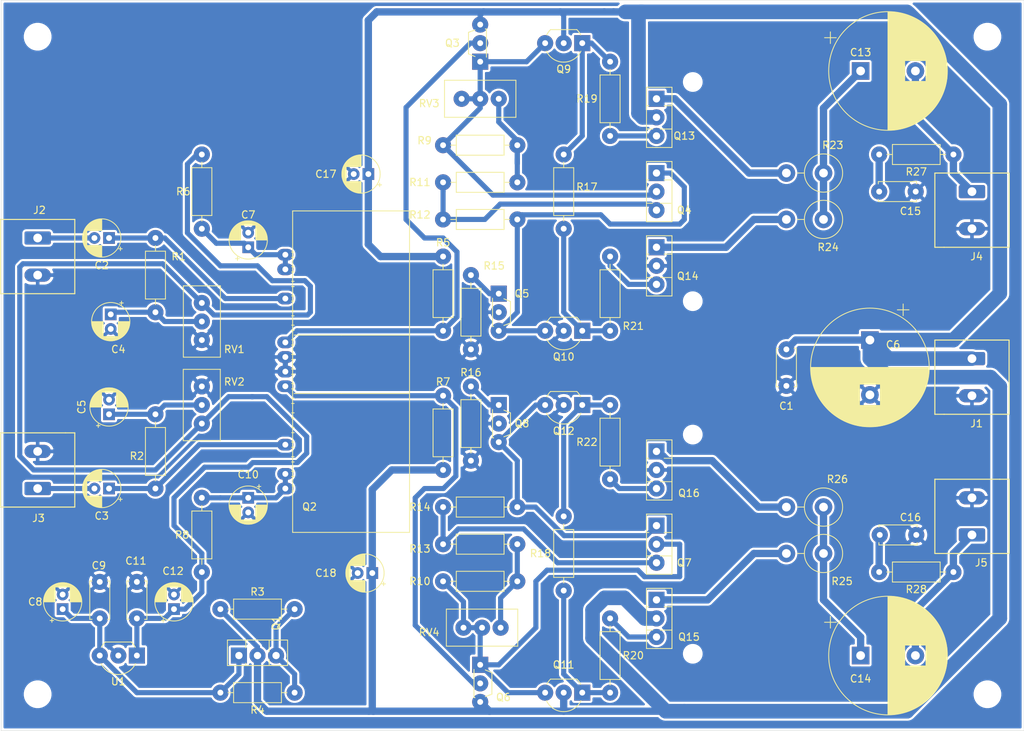
<source format=kicad_pcb>
(kicad_pcb (version 20171130) (host pcbnew 5.1.8+dfsg1-1~bpo10+1)
  (title_block (title "Nutube9P1 audio AMP") (date 2020-11-11) (rev 1))
  (layers (0 F.Cu signal) (31 B.Cu signal) (34 B.Paste user) (35 F.Paste user) (36 B.SilkS user) (37 F.SilkS user) (38 B.Mask user) (39 F.Mask user) (44 Edge.Cuts user))
  (net 0 "")
  (net 1 GND)
  (net 2 +24V)
  (net 3 "Net-(C2-Pad1)")
  (net 4 "Net-(C2-Pad2)")
  (net 5 "Net-(C3-Pad2)")
  (net 6 "Net-(C3-Pad1)")
  (net 7 "Net-(C4-Pad1)")
  (net 8 "Net-(C5-Pad1)")
  (net 9 "Net-(C7-Pad1)")
  (net 10 "Net-(C8-Pad1)")
  (net 11 "Net-(C10-Pad1)")
  (net 12 +3V3)
  (net 13 "Net-(C13-Pad1)")
  (net 14 "Net-(C13-Pad2)")
  (net 15 "Net-(C14-Pad2)")
  (net 16 "Net-(C14-Pad1)")
  (net 17 "Net-(C15-Pad1)")
  (net 18 "Net-(C16-Pad1)")
  (net 19 "Net-(Q1-Pad3)")
  (net 20 "Net-(Q2-Pad7)")
  (net 21 "Net-(Q2-Pad10)")
  (net 22 "Net-(Q3-Pad1)")
  (net 23 "Net-(Q4-Pad3)")
  (net 24 "Net-(Q10-Pad3)")
  (net 25 "Net-(Q5-Pad1)")
  (net 26 "Net-(Q11-Pad3)")
  (net 27 "Net-(Q12-Pad3)")
  (net 28 "Net-(Q7-Pad3)")
  (net 29 "Net-(Q8-Pad1)")
  (net 30 "Net-(Q9-Pad1)")
  (net 31 "Net-(Q10-Pad1)")
  (net 32 "Net-(Q11-Pad1)")
  (net 33 "Net-(Q12-Pad1)")
  (net 34 "Net-(Q13-Pad1)")
  (net 35 "Net-(Q13-Pad3)")
  (net 36 "Net-(Q14-Pad3)")
  (net 37 "Net-(Q14-Pad1)")
  (net 38 "Net-(Q15-Pad3)")
  (net 39 "Net-(Q15-Pad1)")
  (net 40 "Net-(Q16-Pad1)")
  (net 41 "Net-(Q16-Pad3)")
  (net 42 "Net-(R11-Pad1)")
  (net 43 "Net-(R10-Pad2)")
  (module local:R_Axial_DIN0207_L6.3mm_D2.5mm_P10.16mm_Horizontal (layer F.Cu) (at 120.65 74.93 180)
    (fp_text reference R11 (at 13.335 0) (layer F.SilkS))
    (fp_text value 8.2k)
    (pad 1 thru_hole circle (at 0 0 180) (size 2.2 2.2) (drill 0.8) (layers *.Cu *.Mask) (net 42 "Net-(R11-Pad1)"))
    (pad 2 thru_hole circle (at 10.16 0 180) (size 2.2 2.2) (drill 0.8) (layers *.Cu *.Mask) (net 23 "Net-(Q4-Pad3)"))
  )
  (module local:nutube6p1 (layer F.Cu) (at 88.9 116.84 180)
    (fp_text reference Q2 (at -3.31 -2.5) (layer F.SilkS))
    (fp_text value Nutube6P1)
    (pad 7 thru_hole oval (at 0 20 180) (size 2.2 1.6) (drill 0.8) (layers *.Cu *.Mask) (net 20 "Net-(Q2-Pad7)"))
    (pad 1 thru_hole oval (at 0 32 180) (size 2.2 1.6) (drill 0.8) (layers *.Cu *.Mask) (net 9 "Net-(C7-Pad1)"))
    (pad 2 thru_hole oval (at 0 30 180) (size 2.2 1.6) (drill 0.8) (layers *.Cu *.Mask) (net 9 "Net-(C7-Pad1)"))
    (pad 4 thru_hole oval (at 0 26 180) (size 2.2 1.6) (drill 0.8) (layers *.Cu *.Mask) (net 3 "Net-(C2-Pad1)"))
    (pad 8 thru_hole oval (at 0 18 180) (size 2.2 1.6) (drill 0.8) (layers *.Cu *.Mask) (net 1 GND))
    (pad 9 thru_hole oval (at 0 16 180) (size 2.2 1.6) (drill 0.8) (layers *.Cu *.Mask) (net 1 GND))
    (pad 10 thru_hole oval (at 0 14 180) (size 2.2 1.6) (drill 0.8) (layers *.Cu *.Mask) (net 21 "Net-(Q2-Pad10)"))
    (pad 14 thru_hole oval (at 0 6 180) (size 2.2 1.6) (drill 0.8) (layers *.Cu *.Mask) (net 6 "Net-(C3-Pad1)"))
    (pad 16 thru_hole oval (at 0 2 180) (size 2.2 1.6) (drill 0.8) (layers *.Cu *.Mask) (net 11 "Net-(C10-Pad1)"))
    (pad 17 thru_hole oval (at 0 0 180) (size 2.2 1.6) (drill 0.8) (layers *.Cu *.Mask) (net 11 "Net-(C10-Pad1)"))
  )
  (module local:R_Axial_DIN0207_L6.3mm_D2.5mm_P10.16mm_Horizontal (layer F.Cu) (at 110.49 114.3 90)
    (fp_text reference R7 (at 12.065 0 180) (layer F.SilkS))
    (fp_text value 390k)
    (pad 1 thru_hole circle (at 0 0 90) (size 2.2 2.2) (drill 0.8) (layers *.Cu *.Mask) (net 2 +24V))
    (pad 2 thru_hole circle (at 10.16 0 90) (size 2.2 2.2) (drill 0.8) (layers *.Cu *.Mask) (net 21 "Net-(Q2-Pad10)"))
  )
  (module local:TO-92S_Wide (layer F.Cu) (at 115.57 140.97 270)
    (fp_text reference Q6 (at 4.445 -3.175) (layer F.SilkS))
    (fp_text value 2SK2881)
    (pad 1 thru_hole rect (at 0 0 90) (size 2.2 2.2) (drill 0.8) (layers *.Cu *.Mask) (net 26 "Net-(Q11-Pad3)"))
    (pad 3 thru_hole oval (at 5.08 0 90) (size 2.2 2.2) (drill 0.8) (layers *.Cu *.Mask) (net 2 +24V))
    (pad 2 thru_hole oval (at 2.54 0 90) (size 2.2 2.2) (drill 0.8) (layers *.Cu *.Mask) (net 21 "Net-(Q2-Pad10)"))
  )
  (module local:TO-92S_Wide (layer F.Cu) (at 118.11 105.41 270)
    (fp_text reference Q8 (at 2.54 -3.175 180) (layer F.SilkS))
    (fp_text value 2SK2881)
    (pad 1 thru_hole rect (at 0 0 90) (size 2.2 2.2) (drill 0.8) (layers *.Cu *.Mask) (net 29 "Net-(Q8-Pad1)"))
    (pad 3 thru_hole oval (at 5.08 0 90) (size 2.2 2.2) (drill 0.8) (layers *.Cu *.Mask) (net 27 "Net-(Q12-Pad3)"))
    (pad 2 thru_hole oval (at 2.54 0 90) (size 2.2 2.2) (drill 0.8) (layers *.Cu *.Mask) (net 1 GND))
  )
  (module local:TO-92S_Wide (layer F.Cu) (at 115.57 58.42 90)
    (fp_text reference Q3 (at 2.54 -3.81) (layer F.SilkS))
    (fp_text value 2SK2881)
    (pad 2 thru_hole oval (at 2.54 0 270) (size 2.2 2.2) (drill 0.8) (layers *.Cu *.Mask) (net 20 "Net-(Q2-Pad7)"))
    (pad 3 thru_hole oval (at 5.08 0 270) (size 2.2 2.2) (drill 0.8) (layers *.Cu *.Mask) (net 2 +24V))
    (pad 1 thru_hole rect (at 0 0 270) (size 2.2 2.2) (drill 0.8) (layers *.Cu *.Mask) (net 22 "Net-(Q3-Pad1)"))
  )
  (module local:TO-92S_Wide (layer F.Cu) (at 118.11 90.17 270)
    (fp_text reference Q5 (at 0 -3.175 180) (layer F.SilkS))
    (fp_text value 2SK2881)
    (pad 2 thru_hole oval (at 2.54 0 90) (size 2.2 2.2) (drill 0.8) (layers *.Cu *.Mask) (net 1 GND))
    (pad 3 thru_hole oval (at 5.08 0 90) (size 2.2 2.2) (drill 0.8) (layers *.Cu *.Mask) (net 24 "Net-(Q10-Pad3)"))
    (pad 1 thru_hole rect (at 0 0 90) (size 2.2 2.2) (drill 0.8) (layers *.Cu *.Mask) (net 25 "Net-(Q5-Pad1)"))
  )
  (module local:C_Disc_D5.0mm_W2.5mm_P5.00mm (layer F.Cu) (at 157.48 97.79 270)
    (fp_text reference C1 (at 7.76 0 180) (layer F.SilkS))
    (fp_text value 0.1u)
    (pad 1 thru_hole circle (at 0 0 270) (size 2.2 2.2) (drill 0.8) (layers *.Cu *.Mask) (net 2 +24V))
    (pad 2 thru_hole circle (at 5 0 270) (size 2.2 2.2) (drill 0.8) (layers *.Cu *.Mask) (net 1 GND))
  )
  (module local:CP_Radial_D5.0mm_P2.00mm (layer F.Cu) (at 64.77 82.55 180)
    (fp_text reference C2 (at 1 -3.75) (layer F.SilkS))
    (fp_text value 10u)
    (pad 1 thru_hole rect (at 0 0 180) (size 1.6 1.6) (drill 0.8) (layers *.Cu *.Mask) (net 3 "Net-(C2-Pad1)"))
    (pad 2 thru_hole circle (at 2 0 180) (size 1.6 1.6) (drill 0.8) (layers *.Cu *.Mask) (net 4 "Net-(C2-Pad2)"))
  )
  (module local:CP_Radial_D5.0mm_P2.00mm (layer F.Cu) (at 64.77 116.84 180)
    (fp_text reference C3 (at 1 -3.75) (layer F.SilkS))
    (fp_text value 10u)
    (pad 1 thru_hole rect (at 0 0 180) (size 1.6 1.6) (drill 0.8) (layers *.Cu *.Mask) (net 6 "Net-(C3-Pad1)"))
    (pad 2 thru_hole circle (at 2 0 180) (size 1.6 1.6) (drill 0.8) (layers *.Cu *.Mask) (net 5 "Net-(C3-Pad2)"))
  )
  (module local:CP_Radial_D5.0mm_P2.00mm (layer F.Cu) (at 65 93 270)
    (fp_text reference C4 (at 4.79 -1.04) (layer F.SilkS))
    (fp_text value 10u)
    (pad 2 thru_hole circle (at 2 0 270) (size 1.6 1.6) (drill 0.8) (layers *.Cu *.Mask) (net 1 GND))
    (pad 1 thru_hole rect (at 0 0 270) (size 1.6 1.6) (drill 0.8) (layers *.Cu *.Mask) (net 7 "Net-(C4-Pad1)"))
  )
  (module local:CP_Radial_D5.0mm_P2.00mm (layer F.Cu) (at 64.77 106.68 90)
    (fp_text reference C5 (at 1 -3.75 90) (layer F.SilkS))
    (fp_text value 10u)
    (pad 2 thru_hole circle (at 2 0 90) (size 1.6 1.6) (drill 0.8) (layers *.Cu *.Mask) (net 1 GND))
    (pad 1 thru_hole rect (at 0 0 90) (size 1.6 1.6) (drill 0.8) (layers *.Cu *.Mask) (net 8 "Net-(C5-Pad1)"))
  )
  (module local:CP_Radial_D16.0mm_P7.50mm (layer F.Cu) (at 168.91 96.52 270)
    (fp_text reference C6 (at 0.635 -3.175 180) (layer F.SilkS))
    (fp_text value 2000u)
    (pad 1 thru_hole rect (at 0 0 270) (size 2.4 2.4) (drill 1.2) (layers *.Cu *.Mask) (net 2 +24V))
    (pad 2 thru_hole circle (at 7.5 0 270) (size 2.4 2.4) (drill 1.2) (layers *.Cu *.Mask) (net 1 GND))
  )
  (module local:CP_Radial_D5.0mm_P2.00mm (layer F.Cu) (at 83.82 83.82 90)
    (fp_text reference C7 (at 4.445 0 180) (layer F.SilkS))
    (fp_text value 100u)
    (pad 1 thru_hole rect (at 0 0 90) (size 1.6 1.6) (drill 0.8) (layers *.Cu *.Mask) (net 9 "Net-(C7-Pad1)"))
    (pad 2 thru_hole circle (at 2 0 90) (size 1.6 1.6) (drill 0.8) (layers *.Cu *.Mask) (net 1 GND))
  )
  (module local:CP_Radial_D5.0mm_P2.00mm (layer F.Cu) (at 58.42 133.35 90)
    (fp_text reference C8 (at 1 -3.75 180) (layer F.SilkS))
    (fp_text value 100u)
    (pad 2 thru_hole circle (at 2 0 90) (size 1.6 1.6) (drill 0.8) (layers *.Cu *.Mask) (net 1 GND))
    (pad 1 thru_hole rect (at 0 0 90) (size 1.6 1.6) (drill 0.8) (layers *.Cu *.Mask) (net 10 "Net-(C8-Pad1)"))
  )
  (module local:C_Disc_D5.0mm_W2.5mm_P5.00mm (layer F.Cu) (at 63.5 134.62 90)
    (fp_text reference C9 (at 7.239 -0.127) (layer F.SilkS))
    (fp_text value 0.1u)
    (pad 2 thru_hole circle (at 5 0 90) (size 2.2 2.2) (drill 0.8) (layers *.Cu *.Mask) (net 1 GND))
    (pad 1 thru_hole circle (at 0 0 90) (size 2.2 2.2) (drill 0.8) (layers *.Cu *.Mask) (net 10 "Net-(C8-Pad1)"))
  )
  (module local:CP_Radial_D5.0mm_P2.00mm (layer F.Cu) (at 83.82 118.11 270)
    (fp_text reference C10 (at -3.175 0) (layer F.SilkS))
    (fp_text value 100u)
    (pad 2 thru_hole circle (at 2 0 270) (size 1.6 1.6) (drill 0.8) (layers *.Cu *.Mask) (net 1 GND))
    (pad 1 thru_hole rect (at 0 0 270) (size 1.6 1.6) (drill 0.8) (layers *.Cu *.Mask) (net 11 "Net-(C10-Pad1)"))
  )
  (module local:C_Disc_D5.0mm_W2.5mm_P5.00mm (layer F.Cu) (at 68.58 134.62 90)
    (fp_text reference C11 (at 7.874 -0.127 180) (layer F.SilkS))
    (fp_text value 0.1u)
    (pad 2 thru_hole circle (at 5 0 90) (size 2.2 2.2) (drill 0.8) (layers *.Cu *.Mask) (net 1 GND))
    (pad 1 thru_hole circle (at 0 0 90) (size 2.2 2.2) (drill 0.8) (layers *.Cu *.Mask) (net 12 +3V3))
  )
  (module local:CP_Radial_D5.0mm_P2.00mm (layer F.Cu) (at 73.66 133.35 90)
    (fp_text reference C12 (at 5.207 -0.127 180) (layer F.SilkS))
    (fp_text value 100u)
    (pad 1 thru_hole rect (at 0 0 90) (size 1.6 1.6) (drill 0.8) (layers *.Cu *.Mask) (net 12 +3V3))
    (pad 2 thru_hole circle (at 2 0 90) (size 1.6 1.6) (drill 0.8) (layers *.Cu *.Mask) (net 1 GND))
  )
  (module local:CP_Radial_D16.0mm_P7.50mm (layer F.Cu) (at 167.64 59.69)
    (fp_text reference C13 (at 0 -2.54) (layer F.SilkS))
    (fp_text value 2000u)
    (pad 2 thru_hole circle (at 7.5 0) (size 2.4 2.4) (drill 1.2) (layers *.Cu *.Mask) (net 14 "Net-(C13-Pad2)"))
    (pad 1 thru_hole rect (at 0 0) (size 2.4 2.4) (drill 1.2) (layers *.Cu *.Mask) (net 13 "Net-(C13-Pad1)"))
  )
  (module local:CP_Radial_D16.0mm_P7.50mm (layer F.Cu) (at 167.64 139.7)
    (fp_text reference C14 (at 0 3.175) (layer F.SilkS))
    (fp_text value 2000u hide)
    (pad 2 thru_hole circle (at 7.5 0) (size 2.4 2.4) (drill 1.2) (layers *.Cu *.Mask) (net 15 "Net-(C14-Pad2)"))
    (pad 1 thru_hole rect (at 0 0) (size 2.4 2.4) (drill 1.2) (layers *.Cu *.Mask) (net 16 "Net-(C14-Pad1)"))
  )
  (module local:C_Disc_D5.0mm_W2.5mm_P5.00mm (layer F.Cu) (at 170.18 76.2)
    (fp_text reference C15 (at 4.28 2.68 180) (layer F.SilkS))
    (fp_text value 0.1u)
    (pad 2 thru_hole circle (at 5 0) (size 2.2 2.2) (drill 0.8) (layers *.Cu *.Mask) (net 1 GND))
    (pad 1 thru_hole circle (at 0 0) (size 2.2 2.2) (drill 0.8) (layers *.Cu *.Mask) (net 17 "Net-(C15-Pad1)"))
  )
  (module local:C_Disc_D5.0mm_W2.5mm_P5.00mm (layer F.Cu) (at 170.26 123.19)
    (fp_text reference C16 (at 4.2 -2.4) (layer F.SilkS))
    (fp_text value 0.1u)
    (pad 1 thru_hole circle (at 0 0) (size 2.2 2.2) (drill 0.8) (layers *.Cu *.Mask) (net 18 "Net-(C16-Pad1)"))
    (pad 2 thru_hole circle (at 5 0) (size 2.2 2.2) (drill 0.8) (layers *.Cu *.Mask) (net 1 GND))
  )
  (module local:MountingHole_3.2mm_M3 (layer F.Cu) (at 55 55)
    (fp_text reference H1 hide)
    (fp_text value 3.5mm)
    (pad 1 np_thru_hole circle (at 0 0) (size 3.2 3.2) (drill 3.2) (layers *.Cu *.Mask))
  )
  (module local:MountingHole_3.2mm_M3 (layer F.Cu) (at 55 145)
    (fp_text reference H2 hide)
    (fp_text value 3.5mm)
    (pad 1 np_thru_hole circle (at 0 0) (size 3.2 3.2) (drill 3.2) (layers *.Cu *.Mask))
  )
  (module local:MountingHole_3.2mm_M3 (layer F.Cu) (at 185 55)
    (fp_text reference H3 hide)
    (fp_text value 3.5mm hide)
    (pad 1 np_thru_hole circle (at 0 0) (size 3.2 3.2) (drill 3.2) (layers *.Cu *.Mask))
  )
  (module local:MountingHole_3.2mm_M3 (layer F.Cu) (at 185 145)
    (fp_text reference H4 hide)
    (fp_text value 3.5mm hide)
    (pad 1 np_thru_hole circle (at 0 0) (size 3.2 3.2) (drill 3.2) (layers *.Cu *.Mask))
  )
  (module local:PhoenixContact_MCV_1,5_2-G-5.08_1x02_P5.08mm_Vertical (layer F.Cu) (at 182.88 99.06 270)
    (fp_text reference J1 (at 8.89 -0.635 180) (layer F.SilkS))
    (fp_text value "Power 24V")
    (pad 1 thru_hole roundrect (at 0 0 270) (size 1.8 3.6) (drill 1.2) (layers *.Cu *.Mask) (roundrect_rratio 0.1388888888888889) (net 2 +24V))
    (pad 2 thru_hole oval (at 5.08 0 270) (size 1.8 3.6) (drill 1.2) (layers *.Cu *.Mask) (net 1 GND))
  )
  (module local:PhoenixContact_MCV_1,5_2-G-5.08_1x02_P5.08mm_Vertical (layer F.Cu) (at 55 82.55 270)
    (fp_text reference J2 (at -3.81 -0.245) (layer F.SilkS))
    (fp_text value con2)
    (pad 2 thru_hole oval (at 5.08 0 270) (size 1.8 3.6) (drill 1.2) (layers *.Cu *.Mask) (net 1 GND))
    (pad 1 thru_hole roundrect (at 0 0 270) (size 1.8 3.6) (drill 1.2) (layers *.Cu *.Mask) (roundrect_rratio 0.1388888888888889) (net 4 "Net-(C2-Pad2)"))
  )
  (module local:PhoenixContact_MCV_1,5_2-G-5.08_1x02_P5.08mm_Vertical (layer F.Cu) (at 55 116.84 90)
    (fp_text reference J3 (at -4.064 0.118 180) (layer F.SilkS))
    (fp_text value con2)
    (pad 1 thru_hole roundrect (at 0 0 90) (size 1.8 3.6) (drill 1.2) (layers *.Cu *.Mask) (roundrect_rratio 0.1388888888888889) (net 5 "Net-(C3-Pad2)"))
    (pad 2 thru_hole oval (at 5.08 0 90) (size 1.8 3.6) (drill 1.2) (layers *.Cu *.Mask) (net 1 GND))
  )
  (module local:PhoenixContact_MCV_1,5_2-G-5.08_1x02_P5.08mm_Vertical (layer F.Cu) (at 182.88 76.2 270)
    (fp_text reference J4 (at 8.89 -0.635 180) (layer F.SilkS))
    (fp_text value con2)
    (pad 2 thru_hole oval (at 5.08 0 270) (size 1.8 3.6) (drill 1.2) (layers *.Cu *.Mask) (net 1 GND))
    (pad 1 thru_hole roundrect (at 0 0 270) (size 1.8 3.6) (drill 1.2) (layers *.Cu *.Mask) (roundrect_rratio 0.1388888888888889) (net 14 "Net-(C13-Pad2)"))
  )
  (module local:PhoenixContact_MCV_1,5_2-G-5.08_1x02_P5.08mm_Vertical (layer F.Cu) (at 182.88 123.19 90)
    (fp_text reference J5 (at -3.81 1.27 180) (layer F.SilkS))
    (fp_text value con2)
    (pad 1 thru_hole roundrect (at 0 0 90) (size 1.8 3.6) (drill 1.2) (layers *.Cu *.Mask) (roundrect_rratio 0.1388888888888889) (net 15 "Net-(C14-Pad2)"))
    (pad 2 thru_hole oval (at 5.08 0 90) (size 1.8 3.6) (drill 1.2) (layers *.Cu *.Mask) (net 1 GND))
  )
  (module local:TO-126-3_Vertical (layer F.Cu) (at 139.7 73.66 270)
    (fp_text reference Q4 (at 5.08 -3.81 180) (layer F.SilkS))
    (fp_text value 2SC3423)
    (pad 3 thru_hole oval (at 5.08 0 270) (size 2.2 2.2) (drill 1) (layers *.Cu *.Mask) (net 23 "Net-(Q4-Pad3)"))
    (pad 2 thru_hole oval (at 2.54 0 270) (size 2.2 2.2) (drill 1) (layers *.Cu *.Mask) (net 22 "Net-(Q3-Pad1)"))
    (pad 1 thru_hole rect (at 0 0 270) (size 2.2 2.2) (drill 1) (layers *.Cu *.Mask) (net 24 "Net-(Q10-Pad3)"))
  )
  (module local:TO-126-3_Vertical (layer F.Cu) (at 139.7 121.92 270)
    (fp_text reference Q7 (at 5.08 -3.81 180) (layer F.SilkS))
    (fp_text value 2SC3423)
    (pad 3 thru_hole oval (at 5.08 0 270) (size 2.2 2.2) (drill 1) (layers *.Cu *.Mask) (net 28 "Net-(Q7-Pad3)"))
    (pad 2 thru_hole oval (at 2.54 0 270) (size 2.2 2.2) (drill 1) (layers *.Cu *.Mask) (net 26 "Net-(Q11-Pad3)"))
    (pad 1 thru_hole rect (at 0 0 270) (size 2.2 2.2) (drill 1) (layers *.Cu *.Mask) (net 27 "Net-(Q12-Pad3)"))
  )
  (module local:TO-92_Inline_Wide (layer F.Cu) (at 129.54 55.88 180)
    (fp_text reference Q9 (at 2.54 -3.56) (layer F.SilkS))
    (fp_text value 2SC1815)
    (pad 2 thru_hole circle (at 2.54 0 270) (size 2.2 2.2) (drill 0.8) (layers *.Cu *.Mask) (net 2 +24V))
    (pad 3 thru_hole circle (at 5.08 0 270) (size 2.2 2.2) (drill 0.8) (layers *.Cu *.Mask) (net 22 "Net-(Q3-Pad1)"))
    (pad 1 thru_hole rect (at 0 0 270) (size 2.2 2.2) (drill 0.8) (layers *.Cu *.Mask) (net 30 "Net-(Q9-Pad1)"))
  )
  (module local:TO-92_Inline_Wide (layer F.Cu) (at 129.54 95.25 180)
    (fp_text reference Q10 (at 2.54 -3.56) (layer F.SilkS))
    (fp_text value 2SA1015)
    (pad 2 thru_hole circle (at 2.54 0 270) (size 2.2 2.2) (drill 0.8) (layers *.Cu *.Mask) (net 1 GND))
    (pad 3 thru_hole circle (at 5.08 0 270) (size 2.2 2.2) (drill 0.8) (layers *.Cu *.Mask) (net 24 "Net-(Q10-Pad3)"))
    (pad 1 thru_hole rect (at 0 0 270) (size 2.2 2.2) (drill 0.8) (layers *.Cu *.Mask) (net 31 "Net-(Q10-Pad1)"))
  )
  (module local:TO-92_Inline_Wide (layer F.Cu) (at 129.54 144.78 180)
    (fp_text reference Q11 (at 2.54 3.81) (layer F.SilkS))
    (fp_text value 2SC1815)
    (pad 1 thru_hole rect (at 0 0 270) (size 2.2 2.2) (drill 0.8) (layers *.Cu *.Mask) (net 32 "Net-(Q11-Pad1)"))
    (pad 3 thru_hole circle (at 5.08 0 270) (size 2.2 2.2) (drill 0.8) (layers *.Cu *.Mask) (net 26 "Net-(Q11-Pad3)"))
    (pad 2 thru_hole circle (at 2.54 0 270) (size 2.2 2.2) (drill 0.8) (layers *.Cu *.Mask) (net 2 +24V))
  )
  (module local:TO-92_Inline_Wide (layer F.Cu) (at 129.54 105.41 180)
    (fp_text reference Q12 (at 2.54 -3.56) (layer F.SilkS))
    (fp_text value 2SA1015)
    (pad 1 thru_hole rect (at 0 0 270) (size 2.2 2.2) (drill 0.8) (layers *.Cu *.Mask) (net 33 "Net-(Q12-Pad1)"))
    (pad 3 thru_hole circle (at 5.08 0 270) (size 2.2 2.2) (drill 0.8) (layers *.Cu *.Mask) (net 27 "Net-(Q12-Pad3)"))
    (pad 2 thru_hole circle (at 2.54 0 270) (size 2.2 2.2) (drill 0.8) (layers *.Cu *.Mask) (net 1 GND))
  )
  (module local:TO-126-3_Vertical (layer F.Cu) (at 139.7 63.5 270)
    (fp_text reference Q13 (at 5.08 -3.81 180) (layer F.SilkS))
    (fp_text value 2SC3422)
    (pad 3 thru_hole oval (at 5.08 0 270) (size 2.2 2.2) (drill 1) (layers *.Cu *.Mask) (net 35 "Net-(Q13-Pad3)"))
    (pad 2 thru_hole oval (at 2.54 0 270) (size 2.2 2.2) (drill 1) (layers *.Cu *.Mask) (net 2 +24V))
    (pad 1 thru_hole rect (at 0 0 270) (size 2.2 2.2) (drill 1) (layers *.Cu *.Mask) (net 34 "Net-(Q13-Pad1)"))
  )
  (module local:TO-126-3_Vertical (layer F.Cu) (at 139.7 83.82 270)
    (fp_text reference Q14 (at 3.95 -4.28 180) (layer F.SilkS))
    (fp_text value 2SA1356)
    (pad 1 thru_hole rect (at 0 0 270) (size 2.2 2.2) (drill 1) (layers *.Cu *.Mask) (net 37 "Net-(Q14-Pad1)"))
    (pad 2 thru_hole oval (at 2.54 0 270) (size 2.2 2.2) (drill 1) (layers *.Cu *.Mask) (net 1 GND))
    (pad 3 thru_hole oval (at 5.08 0 270) (size 2.2 2.2) (drill 1) (layers *.Cu *.Mask) (net 36 "Net-(Q14-Pad3)"))
  )
  (module local:TO-126-3_Vertical (layer F.Cu) (at 139.7 132.08 270)
    (fp_text reference Q15 (at 5.08 -4.445 180) (layer F.SilkS))
    (fp_text value 2SC3422)
    (pad 1 thru_hole rect (at 0 0 270) (size 2.2 2.2) (drill 1) (layers *.Cu *.Mask) (net 39 "Net-(Q15-Pad1)"))
    (pad 2 thru_hole oval (at 2.54 0 270) (size 2.2 2.2) (drill 1) (layers *.Cu *.Mask) (net 2 +24V))
    (pad 3 thru_hole oval (at 5.08 0 270) (size 2.2 2.2) (drill 1) (layers *.Cu *.Mask) (net 38 "Net-(Q15-Pad3)"))
  )
  (module local:TO-126-3_Vertical (layer F.Cu) (at 139.7 111.76 270)
    (fp_text reference Q16 (at 5.715 -4.445 180) (layer F.SilkS))
    (fp_text value 2SA1356)
    (pad 1 thru_hole rect (at 0 0 270) (size 2.2 2.2) (drill 1) (layers *.Cu *.Mask) (net 40 "Net-(Q16-Pad1)"))
    (pad 2 thru_hole oval (at 2.54 0 270) (size 2.2 2.2) (drill 1) (layers *.Cu *.Mask) (net 1 GND))
    (pad 3 thru_hole oval (at 5.08 0 270) (size 2.2 2.2) (drill 1) (layers *.Cu *.Mask) (net 41 "Net-(Q16-Pad3)"))
  )
  (module local:R_Axial_DIN0207_L6.3mm_D2.5mm_P10.16mm_Horizontal (layer F.Cu) (at 71.12 82.55 270)
    (fp_text reference R1 (at 2.54 -3.175) (layer F.SilkS))
    (fp_text value 33k)
    (pad 2 thru_hole circle (at 10.16 0 270) (size 2.2 2.2) (drill 0.8) (layers *.Cu *.Mask) (net 7 "Net-(C4-Pad1)"))
    (pad 1 thru_hole circle (at 0 0 270) (size 2.2 2.2) (drill 0.8) (layers *.Cu *.Mask) (net 3 "Net-(C2-Pad1)"))
  )
  (module local:R_Axial_DIN0207_L6.3mm_D2.5mm_P10.16mm_Horizontal (layer F.Cu) (at 71.12 116.84 90)
    (fp_text reference R2 (at 4.445 -2.54 180) (layer F.SilkS))
    (fp_text value 33k)
    (pad 1 thru_hole circle (at 0 0 90) (size 2.2 2.2) (drill 0.8) (layers *.Cu *.Mask) (net 6 "Net-(C3-Pad1)"))
    (pad 2 thru_hole circle (at 10.16 0 90) (size 2.2 2.2) (drill 0.8) (layers *.Cu *.Mask) (net 8 "Net-(C5-Pad1)"))
  )
  (module local:R_Axial_DIN0207_L6.3mm_D2.5mm_P10.16mm_Horizontal (layer F.Cu) (at 80.01 133.35)
    (fp_text reference R3 (at 5.08 -2.37) (layer F.SilkS))
    (fp_text value 15k hide)
    (pad 2 thru_hole circle (at 10.16 0) (size 2.2 2.2) (drill 0.8) (layers *.Cu *.Mask) (net 19 "Net-(Q1-Pad3)"))
    (pad 1 thru_hole circle (at 0 0) (size 2.2 2.2) (drill 0.8) (layers *.Cu *.Mask) (net 2 +24V))
  )
  (module local:R_Axial_DIN0207_L6.3mm_D2.5mm_P10.16mm_Horizontal (layer F.Cu) (at 90.17 144.78 180)
    (fp_text reference R4 (at 5.08 -2.37) (layer F.SilkS))
    (fp_text value 1k)
    (pad 2 thru_hole circle (at 10.16 0 180) (size 2.2 2.2) (drill 0.8) (layers *.Cu *.Mask) (net 10 "Net-(C8-Pad1)"))
    (pad 1 thru_hole circle (at 0 0 180) (size 2.2 2.2) (drill 0.8) (layers *.Cu *.Mask) (net 19 "Net-(Q1-Pad3)"))
  )
  (module local:R_Axial_DIN0207_L6.3mm_D2.5mm_P10.16mm_Horizontal (layer F.Cu) (at 110.49 85.09 270)
    (fp_text reference R5 (at -1.905 0 180) (layer F.SilkS))
    (fp_text value 390k)
    (pad 2 thru_hole circle (at 10.16 0 270) (size 2.2 2.2) (drill 0.8) (layers *.Cu *.Mask) (net 20 "Net-(Q2-Pad7)"))
    (pad 1 thru_hole circle (at 0 0 270) (size 2.2 2.2) (drill 0.8) (layers *.Cu *.Mask) (net 2 +24V))
  )
  (module local:R_Axial_DIN0207_L6.3mm_D2.5mm_P10.16mm_Horizontal (layer F.Cu) (at 77.47 81.28 90)
    (fp_text reference R6 (at 5.08 -2.54 180) (layer F.SilkS))
    (fp_text value 150)
    (pad 1 thru_hole circle (at 0 0 90) (size 2.2 2.2) (drill 0.8) (layers *.Cu *.Mask) (net 9 "Net-(C7-Pad1)"))
    (pad 2 thru_hole circle (at 10.16 0 90) (size 2.2 2.2) (drill 0.8) (layers *.Cu *.Mask) (net 12 +3V3))
  )
  (module local:R_Axial_DIN0207_L6.3mm_D2.5mm_P10.16mm_Horizontal (layer F.Cu) (at 77.47 128.27 90)
    (fp_text reference R8 (at 5.08 -2.705 180) (layer F.SilkS))
    (fp_text value 150)
    (pad 2 thru_hole circle (at 10.16 0 90) (size 2.2 2.2) (drill 0.8) (layers *.Cu *.Mask) (net 11 "Net-(C10-Pad1)"))
    (pad 1 thru_hole circle (at 0 0 90) (size 2.2 2.2) (drill 0.8) (layers *.Cu *.Mask) (net 12 +3V3))
  )
  (module local:R_Axial_DIN0207_L6.3mm_D2.5mm_P10.16mm_Horizontal (layer F.Cu) (at 110.49 69.85)
    (fp_text reference R9 (at -2.54 -0.635) (layer F.SilkS))
    (fp_text value 3.3k)
    (pad 2 thru_hole circle (at 10.16 0) (size 2.2 2.2) (drill 0.8) (layers *.Cu *.Mask) (net 42 "Net-(R11-Pad1)"))
    (pad 1 thru_hole circle (at 0 0) (size 2.2 2.2) (drill 0.8) (layers *.Cu *.Mask) (net 22 "Net-(Q3-Pad1)"))
  )
  (module local:R_Axial_DIN0207_L6.3mm_D2.5mm_P10.16mm_Horizontal (layer F.Cu) (at 110.49 129.54)
    (fp_text reference R10 (at -3.175 0) (layer F.SilkS))
    (fp_text value 3.3k)
    (pad 2 thru_hole circle (at 10.16 0) (size 2.2 2.2) (drill 0.8) (layers *.Cu *.Mask) (net 43 "Net-(R10-Pad2)"))
    (pad 1 thru_hole circle (at 0 0) (size 2.2 2.2) (drill 0.8) (layers *.Cu *.Mask) (net 26 "Net-(Q11-Pad3)"))
  )
  (module local:R_Axial_DIN0207_L6.3mm_D2.5mm_P10.16mm_Horizontal (layer F.Cu) (at 110.49 80.01)
    (fp_text reference R12 (at -3.175 -0.635) (layer F.SilkS))
    (fp_text value 3.3k)
    (pad 1 thru_hole circle (at 0 0) (size 2.2 2.2) (drill 0.8) (layers *.Cu *.Mask) (net 23 "Net-(Q4-Pad3)"))
    (pad 2 thru_hole circle (at 10.16 0) (size 2.2 2.2) (drill 0.8) (layers *.Cu *.Mask) (net 24 "Net-(Q10-Pad3)"))
  )
  (module local:R_Axial_DIN0207_L6.3mm_D2.5mm_P10.16mm_Horizontal (layer F.Cu) (at 120.65 124.46 180)
    (fp_text reference R13 (at 13.335 -0.635) (layer F.SilkS))
    (fp_text value 8.2k)
    (pad 1 thru_hole circle (at 0 0 180) (size 2.2 2.2) (drill 0.8) (layers *.Cu *.Mask) (net 43 "Net-(R10-Pad2)"))
    (pad 2 thru_hole circle (at 10.16 0 180) (size 2.2 2.2) (drill 0.8) (layers *.Cu *.Mask) (net 28 "Net-(Q7-Pad3)"))
  )
  (module local:R_Axial_DIN0207_L6.3mm_D2.5mm_P10.16mm_Horizontal (layer F.Cu) (at 110.49 119.38)
    (fp_text reference R14 (at -3.175 0) (layer F.SilkS))
    (fp_text value 3.3k)
    (pad 1 thru_hole circle (at 0 0) (size 2.2 2.2) (drill 0.8) (layers *.Cu *.Mask) (net 28 "Net-(Q7-Pad3)"))
    (pad 2 thru_hole circle (at 10.16 0) (size 2.2 2.2) (drill 0.8) (layers *.Cu *.Mask) (net 27 "Net-(Q12-Pad3)"))
  )
  (module local:R_Axial_DIN0207_L6.3mm_D2.5mm_P10.16mm_Horizontal (layer F.Cu) (at 114.3 87.63 270)
    (fp_text reference R15 (at -1.27 -3.175 180) (layer F.SilkS))
    (fp_text value 75)
    (pad 2 thru_hole circle (at 10.16 0 270) (size 2.2 2.2) (drill 0.8) (layers *.Cu *.Mask) (net 1 GND))
    (pad 1 thru_hole circle (at 0 0 270) (size 2.2 2.2) (drill 0.8) (layers *.Cu *.Mask) (net 25 "Net-(Q5-Pad1)"))
  )
  (module local:R_Axial_DIN0207_L6.3mm_D2.5mm_P10.16mm_Horizontal (layer F.Cu) (at 114.3 102.87 270)
    (fp_text reference R16 (at -1.905 0 180) (layer F.SilkS))
    (fp_text value 75)
    (pad 1 thru_hole circle (at 0 0 270) (size 2.2 2.2) (drill 0.8) (layers *.Cu *.Mask) (net 29 "Net-(Q8-Pad1)"))
    (pad 2 thru_hole circle (at 10.16 0 270) (size 2.2 2.2) (drill 0.8) (layers *.Cu *.Mask) (net 1 GND))
  )
  (module local:R_Axial_DIN0207_L6.3mm_D2.5mm_P10.16mm_Horizontal (layer F.Cu) (at 127 71.12 270)
    (fp_text reference R17 (at 4.445 -3.175 180) (layer F.SilkS))
    (fp_text value 220)
    (pad 1 thru_hole circle (at 0 0 270) (size 2.2 2.2) (drill 0.8) (layers *.Cu *.Mask) (net 30 "Net-(Q9-Pad1)"))
    (pad 2 thru_hole circle (at 10.16 0 270) (size 2.2 2.2) (drill 0.8) (layers *.Cu *.Mask) (net 31 "Net-(Q10-Pad1)"))
  )
  (module local:R_Axial_DIN0207_L6.3mm_D2.5mm_P10.16mm_Horizontal (layer F.Cu) (at 127 130.81 90)
    (fp_text reference R18 (at 5.08 -3.175 180) (layer F.SilkS))
    (fp_text value 220)
    (pad 1 thru_hole circle (at 0 0 90) (size 2.2 2.2) (drill 0.8) (layers *.Cu *.Mask) (net 32 "Net-(Q11-Pad1)"))
    (pad 2 thru_hole circle (at 10.16 0 90) (size 2.2 2.2) (drill 0.8) (layers *.Cu *.Mask) (net 33 "Net-(Q12-Pad1)"))
  )
  (module local:R_Axial_DIN0207_L6.3mm_D2.5mm_P10.16mm_Horizontal (layer F.Cu) (at 133.35 68.58 90)
    (fp_text reference R19 (at 5.08 -3.175 180) (layer F.SilkS))
    (fp_text value 47)
    (pad 1 thru_hole circle (at 0 0 90) (size 2.2 2.2) (drill 0.8) (layers *.Cu *.Mask) (net 35 "Net-(Q13-Pad3)"))
    (pad 2 thru_hole circle (at 10.16 0 90) (size 2.2 2.2) (drill 0.8) (layers *.Cu *.Mask) (net 30 "Net-(Q9-Pad1)"))
  )
  (module local:R_Axial_DIN0207_L6.3mm_D2.5mm_P10.16mm_Horizontal (layer F.Cu) (at 133.35 134.62 270)
    (fp_text reference R20 (at 5.08 -3.175 180) (layer F.SilkS))
    (fp_text value 47)
    (pad 2 thru_hole circle (at 10.16 0 270) (size 2.2 2.2) (drill 0.8) (layers *.Cu *.Mask) (net 32 "Net-(Q11-Pad1)"))
    (pad 1 thru_hole circle (at 0 0 270) (size 2.2 2.2) (drill 0.8) (layers *.Cu *.Mask) (net 38 "Net-(Q15-Pad3)"))
  )
  (module local:R_Axial_DIN0207_L6.3mm_D2.5mm_P10.16mm_Horizontal (layer F.Cu) (at 133.35 85.09 270)
    (fp_text reference R21 (at 9.525 -3.175 180) (layer F.SilkS))
    (fp_text value 47)
    (pad 2 thru_hole circle (at 10.16 0 270) (size 2.2 2.2) (drill 0.8) (layers *.Cu *.Mask) (net 31 "Net-(Q10-Pad1)"))
    (pad 1 thru_hole circle (at 0 0 270) (size 2.2 2.2) (drill 0.8) (layers *.Cu *.Mask) (net 36 "Net-(Q14-Pad3)"))
  )
  (module local:R_Axial_DIN0207_L6.3mm_D2.5mm_P10.16mm_Horizontal (layer F.Cu) (at 133.35 115.57 90)
    (fp_text reference R22 (at 5.08 -3.175 180) (layer F.SilkS))
    (fp_text value 47)
    (pad 1 thru_hole circle (at 0 0 90) (size 2.2 2.2) (drill 0.8) (layers *.Cu *.Mask) (net 41 "Net-(Q16-Pad3)"))
    (pad 2 thru_hole circle (at 10.16 0 90) (size 2.2 2.2) (drill 0.8) (layers *.Cu *.Mask) (net 33 "Net-(Q12-Pad1)"))
  )
  (module local:R_Axial_DIN0516_L15.5mm_D5.0mm_P5.08mm_Vertical (layer F.Cu) (at 162.56 73.66 180)
    (fp_text reference R23 (at -1.27 3.81) (layer F.SilkS))
    (fp_text value 0.22)
    (pad 2 thru_hole oval (at 5.08 0 180) (size 2.4 2.4) (drill 1.2) (layers *.Cu *.Mask) (net 34 "Net-(Q13-Pad1)"))
    (pad 1 thru_hole circle (at 0 0 180) (size 2.4 2.4) (drill 1.2) (layers *.Cu *.Mask) (net 13 "Net-(C13-Pad1)"))
  )
  (module local:R_Axial_DIN0516_L15.5mm_D5.0mm_P5.08mm_Vertical (layer F.Cu) (at 162.56 80.01 180)
    (fp_text reference R24 (at -0.635 -3.81) (layer F.SilkS))
    (fp_text value 0.22)
    (pad 1 thru_hole circle (at 0 0 180) (size 2.4 2.4) (drill 1.2) (layers *.Cu *.Mask) (net 13 "Net-(C13-Pad1)"))
    (pad 2 thru_hole oval (at 5.08 0 180) (size 2.4 2.4) (drill 1.2) (layers *.Cu *.Mask) (net 37 "Net-(Q14-Pad1)"))
  )
  (module local:R_Axial_DIN0516_L15.5mm_D5.0mm_P5.08mm_Vertical (layer F.Cu) (at 162.56 125.73 180)
    (fp_text reference R25 (at -2.54 -3.81) (layer F.SilkS))
    (fp_text value 0.22)
    (pad 1 thru_hole circle (at 0 0 180) (size 2.4 2.4) (drill 1.2) (layers *.Cu *.Mask) (net 16 "Net-(C14-Pad1)"))
    (pad 2 thru_hole oval (at 5.08 0 180) (size 2.4 2.4) (drill 1.2) (layers *.Cu *.Mask) (net 39 "Net-(Q15-Pad1)"))
  )
  (module local:R_Axial_DIN0516_L15.5mm_D5.0mm_P5.08mm_Vertical (layer F.Cu) (at 162.56 119.38 180)
    (fp_text reference R26 (at -1.905 3.81) (layer F.SilkS))
    (fp_text value 0.22)
    (pad 2 thru_hole oval (at 5.08 0 180) (size 2.4 2.4) (drill 1.2) (layers *.Cu *.Mask) (net 40 "Net-(Q16-Pad1)"))
    (pad 1 thru_hole circle (at 0 0 180) (size 2.4 2.4) (drill 1.2) (layers *.Cu *.Mask) (net 16 "Net-(C14-Pad1)"))
  )
  (module local:R_Axial_DIN0207_L6.3mm_D2.5mm_P10.16mm_Horizontal (layer F.Cu) (at 180.34 71.12 180)
    (fp_text reference R27 (at 5.08 -2.37) (layer F.SilkS))
    (fp_text value 10)
    (pad 2 thru_hole circle (at 10.16 0 180) (size 2.2 2.2) (drill 0.8) (layers *.Cu *.Mask) (net 17 "Net-(C15-Pad1)"))
    (pad 1 thru_hole circle (at 0 0 180) (size 2.2 2.2) (drill 0.8) (layers *.Cu *.Mask) (net 14 "Net-(C13-Pad2)"))
  )
  (module local:R_Axial_DIN0207_L6.3mm_D2.5mm_P10.16mm_Horizontal (layer F.Cu) (at 180.34 128.27 180)
    (fp_text reference R28 (at 5.08 -2.37) (layer F.SilkS))
    (fp_text value 10)
    (pad 2 thru_hole circle (at 10.16 0 180) (size 2.2 2.2) (drill 0.8) (layers *.Cu *.Mask) (net 18 "Net-(C16-Pad1)"))
    (pad 1 thru_hole circle (at 0 0 180) (size 2.2 2.2) (drill 0.8) (layers *.Cu *.Mask) (net 15 "Net-(C14-Pad2)"))
  )
  (module local:Potentiometer_Bourns_3296W_Vertical (layer F.Cu) (at 77.47 91.44 90)
    (fp_text reference RV1 (at -6.35 4.445 180) (layer F.SilkS))
    (fp_text value 10k)
    (pad 3 thru_hole circle (at -5.08 0 90) (size 2.2 2.2) (drill 0.8) (layers *.Cu *.Mask) (net 1 GND))
    (pad 2 thru_hole circle (at -2.54 0 90) (size 2.2 2.2) (drill 0.8) (layers *.Cu *.Mask) (net 7 "Net-(C4-Pad1)"))
    (pad 1 thru_hole circle (at 0 0 90) (size 2.2 2.2) (drill 0.8) (layers *.Cu *.Mask) (net 12 +3V3))
  )
  (module local:Potentiometer_Bourns_3296W_Vertical (layer F.Cu) (at 77.47 107.95 270)
    (fp_text reference RV2 (at -5.715 -4.445) (layer F.SilkS))
    (fp_text value 10k)
    (pad 3 thru_hole circle (at -5.08 0 270) (size 2.2 2.2) (drill 0.8) (layers *.Cu *.Mask) (net 1 GND))
    (pad 2 thru_hole circle (at -2.54 0 270) (size 2.2 2.2) (drill 0.8) (layers *.Cu *.Mask) (net 8 "Net-(C5-Pad1)"))
    (pad 1 thru_hole circle (at 0 0 270) (size 2.2 2.2) (drill 0.8) (layers *.Cu *.Mask) (net 12 +3V3))
  )
  (module local:Potentiometer_Bourns_3296W_Vertical (layer F.Cu) (at 113.03 63.5 180)
    (fp_text reference RV3 (at 4.445 -0.635) (layer F.SilkS))
    (fp_text value 10k)
    (pad 1 thru_hole circle (at 0 0 180) (size 2.2 2.2) (drill 0.8) (layers *.Cu *.Mask) (net 22 "Net-(Q3-Pad1)"))
    (pad 2 thru_hole circle (at -2.54 0 180) (size 2.2 2.2) (drill 0.8) (layers *.Cu *.Mask) (net 22 "Net-(Q3-Pad1)"))
    (pad 3 thru_hole circle (at -5.08 0 180) (size 2.2 2.2) (drill 0.8) (layers *.Cu *.Mask) (net 42 "Net-(R11-Pad1)"))
  )
  (module local:Potentiometer_Bourns_3296W_Vertical (layer F.Cu) (at 113.284 135.89 180)
    (fp_text reference RV4 (at 4.699 -0.635 180) (layer F.SilkS))
    (fp_text value 10k)
    (pad 1 thru_hole circle (at 0 0 180) (size 2.2 2.2) (drill 0.8) (layers *.Cu *.Mask) (net 26 "Net-(Q11-Pad3)"))
    (pad 2 thru_hole circle (at -2.54 0 180) (size 2.2 2.2) (drill 0.8) (layers *.Cu *.Mask) (net 26 "Net-(Q11-Pad3)"))
    (pad 3 thru_hole circle (at -5.08 0 180) (size 2.2 2.2) (drill 0.8) (layers *.Cu *.Mask) (net 43 "Net-(R10-Pad2)"))
  )
  (module local:TO-92_Inline_Wide (layer F.Cu) (at 68.58 139.7 180)
    (fp_text reference U1 (at 2.54 -3.56 180) (layer F.SilkS))
    (fp_text value XC6202P332TB)
    (pad 2 thru_hole circle (at 2.54 0 270) (size 2.2 2.2) (drill 0.8) (layers *.Cu *.Mask) (net 1 GND))
    (pad 3 thru_hole circle (at 5.08 0 270) (size 2.2 2.2) (drill 0.8) (layers *.Cu *.Mask) (net 10 "Net-(C8-Pad1)"))
    (pad 1 thru_hole rect (at 0 0 270) (size 2.2 2.2) (drill 0.8) (layers *.Cu *.Mask) (net 12 +3V3))
  )
  (module local:MountingHole_2.1mm (layer F.Cu) (at 144.667 61.2)
    (fp_text reference H5 hide)
    (fp_text value 2.1mm hide)
    (pad "" np_thru_hole circle (at 0 0) (size 2.1 2.1) (drill 2.1) (layers *.Cu *.Mask))
  )
  (module local:MountingHole_2.1mm (layer F.Cu) (at 144.667 91.2)
    (fp_text reference H6 hide)
    (fp_text value 2.1mm hide)
    (pad "" np_thru_hole circle (at 0 0) (size 2.1 2.1) (drill 2.1) (layers *.Cu *.Mask))
  )
  (module local:MountingHole_2.1mm (layer F.Cu) (at 144.667 109.46)
    (fp_text reference H7 hide)
    (fp_text value 2.1mm hide)
    (pad "" np_thru_hole circle (at 0 0) (size 2.1 2.1) (drill 2.1) (layers *.Cu *.Mask))
  )
  (module local:MountingHole_2.1mm (layer F.Cu) (at 144.667 139.46)
    (fp_text reference H8 hide)
    (fp_text value 2.1mm hide)
    (pad "" np_thru_hole circle (at 0 0) (size 2.1 2.1) (drill 2.1) (layers *.Cu *.Mask))
  )
  (module local:CP_Radial_D5.0mm_P2.00mm (layer F.Cu) (at 100.26 73.8 180)
    (fp_text reference C17 (at 5.81 0 180) (layer F.SilkS))
    (fp_text value 100u hide)
    (pad 2 thru_hole circle (at 2 0 180) (size 1.6 1.6) (drill 0.8) (layers *.Cu *.Mask) (net 1 GND))
    (pad 1 thru_hole rect (at 0 0 180) (size 1.6 1.6) (drill 0.8) (layers *.Cu *.Mask) (net 2 +24V))
  )
  (module local:CP_Radial_D5.0mm_P2.00mm (layer F.Cu) (at 100.8 128.41 180)
    (fp_text reference C18 (at 6.35 0 180) (layer F.SilkS))
    (fp_text value 100u hide)
    (pad 1 thru_hole rect (at 0 0 180) (size 1.6 1.6) (drill 0.8) (layers *.Cu *.Mask) (net 2 +24V))
    (pad 2 thru_hole circle (at 2 0 180) (size 1.6 1.6) (drill 0.8) (layers *.Cu *.Mask) (net 1 GND))
  )
  (module local:TO-126-3_Vertical (layer F.Cu) (at 82.55 139.7)
    (fp_text reference Q1 (at 5.08 -4.445 -90) (layer F.SilkS))
    (fp_text value 2SC3423)
    (pad 1 thru_hole rect (at 0 0) (size 2.2 2.2) (drill 1) (layers *.Cu *.Mask) (net 10 "Net-(C8-Pad1)"))
    (pad 2 thru_hole oval (at 2.54 0) (size 2.2 2.2) (drill 1) (layers *.Cu *.Mask) (net 2 +24V))
    (pad 3 thru_hole oval (at 5.08 0) (size 2.2 2.2) (drill 1) (layers *.Cu *.Mask) (net 19 "Net-(Q1-Pad3)"))
  )
  (gr_line (start 190 150) (end 50 150) (layer Edge.Cuts) (width 0.05))
  (gr_line (start 190 50) (end 190 150) (layer Edge.Cuts) (width 0.05))
  (gr_line (start 50 50) (end 190 50) (layer Edge.Cuts) (width 0.05))
  (gr_line (start 50 150) (end 50 50) (layer Edge.Cuts) (width 0.05))
  (segment (start 88.9 100.84) (end 88.9 99.695) (width 0.7) (layer B.Cu) (net 1))
  (segment (start 88.9 99.695) (end 88.9 98.84) (width 0.7) (layer B.Cu) (net 1))
  (segment (start 158.75 96.52) (end 157.48 97.79) (width 1) (layer B.Cu) (net 2))
  (segment (start 168.91 96.52) (end 158.75 96.52) (width 1) (layer B.Cu) (net 2))
  (segment (start 132.550001 51.599999) (end 133.820001 51.599999) (width 1) (layer B.Cu) (net 2))
  (segment (start 115.57 53.34) (end 115.57 52.07) (width 0.7) (layer B.Cu) (net 2))
  (segment (start 115.57 52.07) (end 116.040001 51.599999) (width 0.7) (layer B.Cu) (net 2))
  (segment (start 127 52.07) (end 126.529999 51.599999) (width 0.7) (layer B.Cu) (net 2))
  (segment (start 127 55.88) (end 127 52.07) (width 0.7) (layer B.Cu) (net 2))
  (segment (start 126.529999 51.599999) (end 132.550001 51.599999) (width 1) (layer B.Cu) (net 2))
  (segment (start 116.040001 51.599999) (end 126.529999 51.599999) (width 1) (layer B.Cu) (net 2))
  (segment (start 137.16 52.07) (end 136.689999 51.599999) (width 1) (layer B.Cu) (net 2))
  (segment (start 127 144.78) (end 127 147.32) (width 1) (layer B.Cu) (net 2))
  (segment (start 168.91 99.06) (end 171.45 101.6) (width 2) (layer B.Cu) (net 2))
  (segment (start 168.91 96.52) (end 168.91 99.06) (width 2) (layer B.Cu) (net 2))
  (segment (start 185.42 101.6) (end 186.69 102.87) (width 2) (layer B.Cu) (net 2))
  (segment (start 171.45 101.6) (end 185.42 101.6) (width 2) (layer B.Cu) (net 2))
  (segment (start 186.69 102.87) (end 186.69 134.62) (width 2) (layer B.Cu) (net 2))
  (segment (start 186.69 134.62) (end 173.99 147.32) (width 2) (layer B.Cu) (net 2))
  (segment (start 140.97 147.32) (end 127 147.32) (width 1) (layer B.Cu) (net 2))
  (segment (start 142.24 147.32) (end 140.97 147.32) (width 1) (layer B.Cu) (net 2))
  (segment (start 143.51 147.32) (end 140.97 147.32) (width 2) (layer B.Cu) (net 2))
  (segment (start 180.34 96.52) (end 186.3725 90.4875) (width 2) (layer B.Cu) (net 2))
  (segment (start 168.91 96.52) (end 180.34 96.52) (width 2) (layer B.Cu) (net 2))
  (segment (start 186.69 90.17) (end 186.3725 90.4875) (width 1) (layer B.Cu) (net 2))
  (segment (start 171.45 99.06) (end 168.91 96.52) (width 2) (layer B.Cu) (net 2))
  (segment (start 182.88 99.06) (end 171.45 99.06) (width 2) (layer B.Cu) (net 2))
  (segment (start 186.69 64.262) (end 174.244 51.816) (width 2) (layer B.Cu) (net 2))
  (segment (start 186.69 90.17) (end 186.69 64.262) (width 2) (layer B.Cu) (net 2))
  (segment (start 174.027999 51.599999) (end 174.244 51.816) (width 1) (layer B.Cu) (net 2))
  (segment (start 135.419999 51.599999) (end 136.689999 51.599999) (width 1) (layer B.Cu) (net 2))
  (segment (start 133.820001 51.599999) (end 135.419999 51.599999) (width 1) (layer B.Cu) (net 2))
  (segment (start 137.630001 51.599999) (end 135.419999 51.599999) (width 2) (layer B.Cu) (net 2))
  (segment (start 173.99 147.32) (end 143.51 147.32) (width 2) (layer B.Cu) (net 2))
  (segment (start 173.99 51.599999) (end 137.630001 51.599999) (width 2) (layer B.Cu) (net 2))
  (segment (start 85.09 138.5316) (end 85.09 139.7) (width 0.7) (layer B.Cu) (net 2))
  (segment (start 80.01 133.35) (end 80.01 133.4516) (width 0.7) (layer B.Cu) (net 2))
  (segment (start 80.01 133.4516) (end 85.09 138.5316) (width 0.7) (layer B.Cu) (net 2))
  (segment (start 137.2362 51.9938) (end 137.630001 51.599999) (width 2) (layer B.Cu) (net 2))
  (segment (start 137.2362 65.4812) (end 137.2362 51.9938) (width 2) (layer B.Cu) (net 2))
  (segment (start 139.7 66.04) (end 137.795 66.04) (width 2) (layer B.Cu) (net 2))
  (segment (start 137.795 66.04) (end 137.2362 65.4812) (width 2) (layer B.Cu) (net 2))
  (segment (start 138.099998 134.62) (end 139.7 134.62) (width 2) (layer B.Cu) (net 2))
  (segment (start 130.949999 133.467999) (end 132.617398 131.8006) (width 2) (layer B.Cu) (net 2))
  (segment (start 135.280598 131.8006) (end 138.099998 134.62) (width 2) (layer B.Cu) (net 2))
  (segment (start 140.97 147.32) (end 130.949999 137.299999) (width 2) (layer B.Cu) (net 2))
  (segment (start 132.617398 131.8006) (end 135.280598 131.8006) (width 2) (layer B.Cu) (net 2))
  (segment (start 130.949999 137.299999) (end 130.949999 133.467999) (width 2) (layer B.Cu) (net 2))
  (segment (start 115.57 146.05) (end 116.84 147.32) (width 1) (layer B.Cu) (net 2))
  (segment (start 116.84 147.32) (end 127 147.32) (width 1) (layer B.Cu) (net 2))
  (segment (start 85.09 146.05) (end 85.09 139.7) (width 1) (layer B.Cu) (net 2))
  (segment (start 86.36 147.32) (end 85.09 146.05) (width 1) (layer B.Cu) (net 2))
  (segment (start 100.33 147.32) (end 86.36 147.32) (width 1) (layer B.Cu) (net 2))
  (segment (start 110.49 114.3) (end 103.48 114.3) (width 1) (layer B.Cu) (net 2))
  (segment (start 100.8 116.98) (end 100.8 128.41) (width 1) (layer B.Cu) (net 2))
  (segment (start 103.48 114.3) (end 100.8 116.98) (width 1) (layer B.Cu) (net 2))
  (segment (start 100.8 128.41) (end 100.8 147.18) (width 1) (layer B.Cu) (net 2))
  (segment (start 100.8 147.18) (end 100.94 147.32) (width 1) (layer B.Cu) (net 2))
  (segment (start 116.84 147.32) (end 100.94 147.32) (width 1) (layer B.Cu) (net 2))
  (segment (start 100.94 147.32) (end 100.33 147.32) (width 1) (layer B.Cu) (net 2))
  (segment (start 110.49 85.09) (end 101.93 85.09) (width 1) (layer B.Cu) (net 2))
  (segment (start 100.26 83.42) (end 100.26 73.8) (width 1) (layer B.Cu) (net 2))
  (segment (start 101.93 85.09) (end 100.26 83.42) (width 1) (layer B.Cu) (net 2))
  (segment (start 100.26 73.8) (end 100.26 52.75) (width 1) (layer B.Cu) (net 2))
  (segment (start 101.410001 51.599999) (end 116.040001 51.599999) (width 1) (layer B.Cu) (net 2))
  (segment (start 100.26 52.75) (end 101.410001 51.599999) (width 1) (layer B.Cu) (net 2))
  (segment (start 64.77 82.55) (end 71.12 82.55) (width 0.7) (layer B.Cu) (net 3))
  (segment (start 80.68 90.84) (end 88.9 90.84) (width 0.7) (layer B.Cu) (net 3))
  (segment (start 71.12 82.55) (end 72.39 82.55) (width 0.7) (layer B.Cu) (net 3))
  (segment (start 72.39 82.55) (end 80.68 90.84) (width 0.7) (layer B.Cu) (net 3))
  (segment (start 62.77 82.55) (end 55 82.55) (width 0.7) (layer B.Cu) (net 4))
  (segment (start 62.77 116.84) (end 55 116.84) (width 0.7) (layer B.Cu) (net 5))
  (segment (start 64.77 116.84) (end 71.12 116.84) (width 0.7) (layer B.Cu) (net 6))
  (segment (start 77.12 110.84) (end 88.9 110.84) (width 0.7) (layer B.Cu) (net 6))
  (segment (start 71.12 116.84) (end 77.12 110.84) (width 0.7) (layer B.Cu) (net 6))
  (segment (start 65.29 92.71) (end 65 93) (width 0.7) (layer B.Cu) (net 7))
  (segment (start 71.12 92.71) (end 65.29 92.71) (width 0.7) (layer B.Cu) (net 7))
  (segment (start 72.39 93.98) (end 71.12 92.71) (width 0.7) (layer B.Cu) (net 7))
  (segment (start 77.47 93.98) (end 72.39 93.98) (width 0.7) (layer B.Cu) (net 7))
  (segment (start 71.12 106.68) (end 64.77 106.68) (width 0.7) (layer B.Cu) (net 8))
  (segment (start 72.39 105.41) (end 71.12 106.68) (width 0.7) (layer B.Cu) (net 8))
  (segment (start 77.47 105.41) (end 72.39 105.41) (width 0.7) (layer B.Cu) (net 8))
  (segment (start 88.9 84.84) (end 88.9 86.84) (width 0.7) (layer B.Cu) (net 9))
  (segment (start 84.84 84.84) (end 83.82 83.82) (width 0.7) (layer B.Cu) (net 9))
  (segment (start 88.9 84.84) (end 84.84 84.84) (width 0.7) (layer B.Cu) (net 9))
  (segment (start 83.82 83.82) (end 83.270001 83.270001) (width 0.7) (layer B.Cu) (net 9))
  (segment (start 79.460001 83.270001) (end 77.47 81.28) (width 0.7) (layer B.Cu) (net 9))
  (segment (start 83.270001 83.270001) (end 79.460001 83.270001) (width 0.7) (layer B.Cu) (net 9))
  (segment (start 82.55 142.24) (end 80.01 144.78) (width 0.7) (layer B.Cu) (net 10))
  (segment (start 82.55 139.7) (end 82.55 142.24) (width 0.7) (layer B.Cu) (net 10))
  (segment (start 68.58 144.78) (end 63.5 139.7) (width 0.7) (layer B.Cu) (net 10))
  (segment (start 80.01 144.78) (end 68.58 144.78) (width 0.7) (layer B.Cu) (net 10))
  (segment (start 59.69 134.62) (end 58.42 133.35) (width 0.7) (layer B.Cu) (net 10))
  (segment (start 63.5 134.62) (end 59.69 134.62) (width 0.7) (layer B.Cu) (net 10))
  (segment (start 63.5 139.7) (end 63.5 134.62) (width 0.7) (layer B.Cu) (net 10))
  (segment (start 87.63 118.11) (end 88.9 116.84) (width 0.7) (layer B.Cu) (net 11))
  (segment (start 83.82 118.11) (end 87.63 118.11) (width 0.7) (layer B.Cu) (net 11))
  (segment (start 88.9 116.84) (end 88.9 114.84) (width 0.7) (layer B.Cu) (net 11))
  (segment (start 83.82 118.11) (end 80.01 118.11) (width 0.7) (layer B.Cu) (net 11))
  (segment (start 77.47 118.11) (end 80.01 118.11) (width 0.7) (layer B.Cu) (net 11))
  (segment (start 68.58 139.7) (end 68.58 134.62) (width 0.7) (layer B.Cu) (net 12))
  (segment (start 72.39 134.62) (end 73.66 133.35) (width 0.7) (layer B.Cu) (net 12))
  (segment (start 68.58 134.62) (end 72.39 134.62) (width 0.7) (layer B.Cu) (net 12))
  (segment (start 84.328 104.267) (end 84.473002 104.267) (width 0.7) (layer B.Cu) (net 12))
  (segment (start 81.153 104.267) (end 77.47 107.95) (width 0.7) (layer B.Cu) (net 12))
  (segment (start 84.328 104.267) (end 81.153 104.267) (width 0.7) (layer B.Cu) (net 12))
  (segment (start 91.821 109.728) (end 86.36 104.267) (width 0.7) (layer B.Cu) (net 12))
  (segment (start 91.821 112.014) (end 91.821 109.728) (width 0.7) (layer B.Cu) (net 12))
  (segment (start 90.551 113.284) (end 91.821 112.014) (width 0.7) (layer B.Cu) (net 12))
  (segment (start 84.455 113.284) (end 90.551 113.284) (width 0.7) (layer B.Cu) (net 12))
  (segment (start 86.36 104.267) (end 84.328 104.267) (width 0.7) (layer B.Cu) (net 12))
  (segment (start 83.82 113.919) (end 84.455 113.284) (width 0.7) (layer B.Cu) (net 12))
  (segment (start 77.851 113.919) (end 83.82 113.919) (width 0.7) (layer B.Cu) (net 12))
  (segment (start 75.16 133.35) (end 77.47 131.04) (width 0.7) (layer B.Cu) (net 12))
  (segment (start 73.66 133.35) (end 75.16 133.35) (width 0.7) (layer B.Cu) (net 12))
  (segment (start 77.47 131.04) (end 77.47 125.73) (width 0.7) (layer B.Cu) (net 12))
  (segment (start 73.66 121.92) (end 73.66 118.11) (width 0.7) (layer B.Cu) (net 12))
  (segment (start 77.47 125.73) (end 73.66 121.92) (width 0.7) (layer B.Cu) (net 12))
  (segment (start 73.66 118.11) (end 77.851 113.919) (width 0.7) (layer B.Cu) (net 12))
  (segment (start 72.10999 86.07999) (end 77.47 91.44) (width 0.7) (layer B.Cu) (net 12))
  (segment (start 52.98501 86.07999) (end 72.10999 86.07999) (width 0.7) (layer B.Cu) (net 12))
  (segment (start 52.54999 86.51501) (end 52.98501 86.07999) (width 0.7) (layer B.Cu) (net 12))
  (segment (start 52.54999 112.402035) (end 52.54999 86.51501) (width 0.7) (layer B.Cu) (net 12))
  (segment (start 54.447955 114.3) (end 52.54999 112.402035) (width 0.7) (layer B.Cu) (net 12))
  (segment (start 71.12 114.3) (end 54.447955 114.3) (width 0.7) (layer B.Cu) (net 12))
  (segment (start 77.47 107.95) (end 71.12 114.3) (width 0.7) (layer B.Cu) (net 12))
  (segment (start 79.121 93.091) (end 77.47 91.44) (width 0.7) (layer B.Cu) (net 12))
  (segment (start 92.329 89.154) (end 92.329 92.71) (width 0.7) (layer B.Cu) (net 12))
  (segment (start 92.329 92.71) (end 91.948 93.091) (width 0.7) (layer B.Cu) (net 12))
  (segment (start 91.567 88.392) (end 92.329 89.154) (width 0.7) (layer B.Cu) (net 12))
  (segment (start 87.122 88.392) (end 91.567 88.392) (width 0.7) (layer B.Cu) (net 12))
  (segment (start 91.948 93.091) (end 79.121 93.091) (width 0.7) (layer B.Cu) (net 12))
  (segment (start 77.47 71.12) (end 76.8096 71.12) (width 0.7) (layer B.Cu) (net 12))
  (segment (start 75.5015 72.4281) (end 75.5015 81.8515) (width 0.7) (layer B.Cu) (net 12))
  (segment (start 85.09 86.36) (end 87.122 88.392) (width 0.7) (layer B.Cu) (net 12))
  (segment (start 75.5015 81.8515) (end 80.01 86.36) (width 0.7) (layer B.Cu) (net 12))
  (segment (start 76.8096 71.12) (end 75.5015 72.4281) (width 0.7) (layer B.Cu) (net 12))
  (segment (start 80.01 86.36) (end 85.09 86.36) (width 0.7) (layer B.Cu) (net 12))
  (segment (start 162.56 80.01) (end 162.56 73.66) (width 1) (layer B.Cu) (net 13))
  (segment (start 162.56 64.77) (end 167.64 59.69) (width 1) (layer B.Cu) (net 13))
  (segment (start 162.56 73.66) (end 162.56 64.77) (width 1) (layer B.Cu) (net 13))
  (segment (start 175.14 65.92) (end 180.34 71.12) (width 1) (layer B.Cu) (net 14))
  (segment (start 175.14 59.69) (end 175.14 65.92) (width 1) (layer B.Cu) (net 14))
  (segment (start 180.34 73.66) (end 182.88 76.2) (width 1) (layer B.Cu) (net 14))
  (segment (start 180.34 71.12) (end 180.34 73.66) (width 1) (layer B.Cu) (net 14))
  (segment (start 175.14 133.47) (end 180.34 128.27) (width 1) (layer B.Cu) (net 15))
  (segment (start 175.14 139.7) (end 175.14 133.47) (width 1) (layer B.Cu) (net 15))
  (segment (start 180.34 125.73) (end 182.88 123.19) (width 1) (layer B.Cu) (net 15))
  (segment (start 180.34 128.27) (end 180.34 125.73) (width 1) (layer B.Cu) (net 15))
  (segment (start 162.56 125.73) (end 162.56 119.38) (width 1) (layer B.Cu) (net 16))
  (segment (start 167.64 139.7) (end 167.64 137.16) (width 1) (layer B.Cu) (net 16))
  (segment (start 162.56 132.08) (end 162.56 125.73) (width 1) (layer B.Cu) (net 16))
  (segment (start 167.64 137.16) (end 162.56 132.08) (width 1) (layer B.Cu) (net 16))
  (segment (start 170.18 71.12) (end 170.18 76.2) (width 1) (layer B.Cu) (net 17))
  (segment (start 170.18 123.27) (end 170.26 123.19) (width 1) (layer B.Cu) (net 18))
  (segment (start 170.18 128.27) (end 170.18 123.27) (width 1) (layer B.Cu) (net 18))
  (segment (start 90.17 142.24) (end 87.63 139.7) (width 0.7) (layer B.Cu) (net 19))
  (segment (start 90.17 144.78) (end 90.17 142.24) (width 0.7) (layer B.Cu) (net 19))
  (segment (start 87.63 135.89) (end 90.17 133.35) (width 0.7) (layer B.Cu) (net 19))
  (segment (start 87.63 139.7) (end 87.63 135.89) (width 0.7) (layer B.Cu) (net 19))
  (segment (start 90.49 95.25) (end 88.9 96.84) (width 0.7) (layer B.Cu) (net 20))
  (segment (start 110.49 95.25) (end 90.49 95.25) (width 0.7) (layer B.Cu) (net 20))
  (segment (start 105.420109 64.679891) (end 114.22 55.88) (width 0.7) (layer B.Cu) (net 20))
  (segment (start 112.395 93.345) (end 112.395 84.455) (width 0.7) (layer B.Cu) (net 20))
  (segment (start 110.49 82.55) (end 107.95 82.55) (width 0.7) (layer B.Cu) (net 20))
  (segment (start 112.395 84.455) (end 110.49 82.55) (width 0.7) (layer B.Cu) (net 20))
  (segment (start 114.22 55.88) (end 115.57 55.88) (width 0.7) (layer B.Cu) (net 20))
  (segment (start 110.49 95.25) (end 112.395 93.345) (width 0.7) (layer B.Cu) (net 20))
  (segment (start 105.420109 80.020109) (end 105.420109 64.679891) (width 0.7) (layer B.Cu) (net 20))
  (segment (start 107.95 82.55) (end 105.420109 80.020109) (width 0.7) (layer B.Cu) (net 20))
  (segment (start 90.2 104.14) (end 88.9 102.84) (width 0.7) (layer B.Cu) (net 21))
  (segment (start 110.49 104.14) (end 90.2 104.14) (width 0.7) (layer B.Cu) (net 21))
  (segment (start 110.540002 116.84) (end 112.240001 115.140001) (width 0.7) (layer B.Cu) (net 21))
  (segment (start 106.68 118.11) (end 107.95 116.84) (width 0.7) (layer B.Cu) (net 21))
  (segment (start 112.240001 105.890001) (end 110.49 104.14) (width 0.7) (layer B.Cu) (net 21))
  (segment (start 107.95 116.84) (end 110.540002 116.84) (width 0.7) (layer B.Cu) (net 21))
  (segment (start 106.68 135.5598) (end 106.68 118.11) (width 0.7) (layer B.Cu) (net 21))
  (segment (start 115.57 143.51) (end 114.6302 143.51) (width 0.7) (layer B.Cu) (net 21))
  (segment (start 114.6302 143.51) (end 106.68 135.5598) (width 0.7) (layer B.Cu) (net 21))
  (segment (start 112.240001 115.140001) (end 112.240001 105.890001) (width 0.7) (layer B.Cu) (net 21))
  (segment (start 115.57 63.5) (end 113.03 63.5) (width 0.7) (layer B.Cu) (net 22))
  (segment (start 115.57 64.77) (end 110.49 69.85) (width 0.7) (layer B.Cu) (net 22))
  (segment (start 115.57 63.5) (end 115.57 64.77) (width 0.7) (layer B.Cu) (net 22))
  (segment (start 115.57 58.42) (end 115.57 63.5) (width 0.7) (layer B.Cu) (net 22))
  (segment (start 121.92 58.42) (end 124.46 55.88) (width 0.7) (layer B.Cu) (net 22))
  (segment (start 115.57 58.42) (end 121.92 58.42) (width 0.7) (layer B.Cu) (net 22))
  (segment (start 117.320001 76.680001) (end 110.49 69.85) (width 0.7) (layer B.Cu) (net 22))
  (segment (start 139.7 76.2) (end 139.219999 76.680001) (width 0.7) (layer B.Cu) (net 22))
  (segment (start 139.219999 76.680001) (end 117.320001 76.680001) (width 0.7) (layer B.Cu) (net 22))
  (segment (start 110.49 76.2) (end 110.49 80.01) (width 0.7) (layer B.Cu) (net 23))
  (segment (start 110.49 74.93) (end 110.49 76.2) (width 0.7) (layer B.Cu) (net 23))
  (segment (start 110.49 80.01) (end 116.205 80.01) (width 0.7) (layer B.Cu) (net 23))
  (segment (start 138.869991 77.909991) (end 139.7 78.74) (width 0.7) (layer B.Cu) (net 23))
  (segment (start 118.305009 77.909991) (end 138.869991 77.909991) (width 0.7) (layer B.Cu) (net 23))
  (segment (start 116.205 80.01) (end 118.305009 77.909991) (width 0.7) (layer B.Cu) (net 23))
  (segment (start 120.65 92.71) (end 118.11 95.25) (width 0.7) (layer B.Cu) (net 24))
  (segment (start 120.65 80.01) (end 120.65 92.71) (width 0.7) (layer B.Cu) (net 24))
  (segment (start 124.46 95.25) (end 118.11 95.25) (width 0.7) (layer B.Cu) (net 24))
  (segment (start 143.51 75.565) (end 141.605 73.66) (width 0.7) (layer B.Cu) (net 24))
  (segment (start 121.285 79.375) (end 132.08 79.375) (width 0.7) (layer B.Cu) (net 24))
  (segment (start 120.65 80.01) (end 121.285 79.375) (width 0.7) (layer B.Cu) (net 24))
  (segment (start 141.605 73.66) (end 139.7 73.66) (width 0.7) (layer B.Cu) (net 24))
  (segment (start 133.35 80.645) (end 142.875 80.645) (width 0.7) (layer B.Cu) (net 24))
  (segment (start 132.08 79.375) (end 133.35 80.645) (width 0.7) (layer B.Cu) (net 24))
  (segment (start 142.875 80.645) (end 143.51 80.01) (width 0.7) (layer B.Cu) (net 24))
  (segment (start 143.51 80.01) (end 143.51 75.565) (width 0.7) (layer B.Cu) (net 24))
  (segment (start 116.84 90.17) (end 114.3 87.63) (width 0.7) (layer B.Cu) (net 25))
  (segment (start 118.11 90.17) (end 116.84 90.17) (width 0.7) (layer B.Cu) (net 25))
  (segment (start 115.824 135.89) (end 113.284 135.89) (width 0.7) (layer B.Cu) (net 26))
  (segment (start 113.284 132.334) (end 110.49 129.54) (width 0.7) (layer B.Cu) (net 26))
  (segment (start 113.284 135.89) (end 113.284 132.334) (width 0.7) (layer B.Cu) (net 26))
  (segment (start 119.38 144.78) (end 115.57 140.97) (width 0.7) (layer B.Cu) (net 26))
  (segment (start 124.46 144.78) (end 119.38 144.78) (width 0.7) (layer B.Cu) (net 26))
  (segment (start 115.57 136.144) (end 115.824 135.89) (width 0.7) (layer B.Cu) (net 26))
  (segment (start 115.57 140.97) (end 115.57 136.144) (width 0.7) (layer B.Cu) (net 26))
  (segment (start 123.19 135.89) (end 118.11 140.97) (width 0.7) (layer B.Cu) (net 26))
  (segment (start 123.19 129.54) (end 123.19 135.89) (width 0.7) (layer B.Cu) (net 26))
  (segment (start 118.11 140.97) (end 115.57 140.97) (width 0.7) (layer B.Cu) (net 26))
  (segment (start 142.875 124.46) (end 142.875 128.905) (width 0.7) (layer B.Cu) (net 26))
  (segment (start 138.049 128.905) (end 137.16 128.016) (width 0.7) (layer B.Cu) (net 26))
  (segment (start 139.7 124.46) (end 142.875 124.46) (width 0.7) (layer B.Cu) (net 26))
  (segment (start 142.875 128.905) (end 138.049 128.905) (width 0.7) (layer B.Cu) (net 26))
  (segment (start 137.16 128.016) (end 124.714 128.016) (width 0.7) (layer B.Cu) (net 26))
  (segment (start 124.714 128.016) (end 123.19 129.54) (width 0.7) (layer B.Cu) (net 26))
  (segment (start 123.19 105.41) (end 118.11 110.49) (width 0.7) (layer B.Cu) (net 27))
  (segment (start 124.46 105.41) (end 123.19 105.41) (width 0.7) (layer B.Cu) (net 27))
  (segment (start 120.65 113.03) (end 118.11 110.49) (width 0.7) (layer B.Cu) (net 27))
  (segment (start 120.65 119.38) (end 120.65 113.03) (width 0.7) (layer B.Cu) (net 27))
  (segment (start 138.3284 123.2916) (end 139.7 121.92) (width 0.7) (layer B.Cu) (net 27))
  (segment (start 120.65 119.38) (end 123.139998 119.38) (width 0.7) (layer B.Cu) (net 27))
  (segment (start 127.051598 123.2916) (end 138.3284 123.2916) (width 0.7) (layer B.Cu) (net 27))
  (segment (start 123.139998 119.38) (end 127.051598 123.2916) (width 0.7) (layer B.Cu) (net 27))
  (segment (start 110.49 124.46) (end 110.49 119.38) (width 0.7) (layer B.Cu) (net 28))
  (segment (start 126.1491 127) (end 139.7 127) (width 0.7) (layer B.Cu) (net 28))
  (segment (start 121.5136 122.3645) (end 126.1491 127) (width 0.7) (layer B.Cu) (net 28))
  (segment (start 110.49 124.46) (end 112.5855 122.3645) (width 0.7) (layer B.Cu) (net 28))
  (segment (start 112.5855 122.3645) (end 121.5136 122.3645) (width 0.7) (layer B.Cu) (net 28))
  (segment (start 116.84 105.41) (end 114.3 102.87) (width 0.7) (layer B.Cu) (net 29))
  (segment (start 118.11 105.41) (end 116.84 105.41) (width 0.7) (layer B.Cu) (net 29))
  (segment (start 130.81 55.88) (end 133.35 58.42) (width 0.7) (layer B.Cu) (net 30))
  (segment (start 129.54 55.88) (end 130.81 55.88) (width 0.7) (layer B.Cu) (net 30))
  (segment (start 129.54 68.58) (end 127 71.12) (width 0.7) (layer B.Cu) (net 30))
  (segment (start 129.54 55.88) (end 129.54 68.58) (width 0.7) (layer B.Cu) (net 30))
  (segment (start 127 92.71) (end 129.54 95.25) (width 0.7) (layer B.Cu) (net 31))
  (segment (start 127 81.28) (end 127 92.71) (width 0.7) (layer B.Cu) (net 31))
  (segment (start 129.54 95.25) (end 133.35 95.25) (width 0.7) (layer B.Cu) (net 31))
  (segment (start 133.35 144.78) (end 129.54 144.78) (width 0.7) (layer B.Cu) (net 32))
  (segment (start 129.54 144.78) (end 127 142.24) (width 0.7) (layer B.Cu) (net 32))
  (segment (start 127 142.24) (end 127 130.81) (width 0.7) (layer B.Cu) (net 32))
  (segment (start 133.35 105.41) (end 129.54 105.41) (width 0.7) (layer B.Cu) (net 33))
  (segment (start 127 107.95) (end 129.54 105.41) (width 0.7) (layer B.Cu) (net 33))
  (segment (start 127 120.65) (end 127 107.95) (width 0.7) (layer B.Cu) (net 33))
  (segment (start 142.207 63.5) (end 139.7 63.5) (width 1) (layer B.Cu) (net 34))
  (segment (start 157.48 73.66) (end 152.367 73.66) (width 1) (layer B.Cu) (net 34))
  (segment (start 152.367 73.66) (end 142.207 63.5) (width 1) (layer B.Cu) (net 34))
  (segment (start 139.7 68.58) (end 133.35 68.58) (width 0.7) (layer B.Cu) (net 35))
  (segment (start 139.7 88.9) (end 135.89 88.9) (width 0.7) (layer B.Cu) (net 36))
  (segment (start 133.35 86.36) (end 133.35 85.09) (width 0.7) (layer B.Cu) (net 36))
  (segment (start 135.89 88.9) (end 133.35 86.36) (width 0.7) (layer B.Cu) (net 36))
  (segment (start 153.0185 80.01) (end 157.48 80.01) (width 1) (layer B.Cu) (net 37))
  (segment (start 139.7 83.82) (end 149.2085 83.82) (width 1) (layer B.Cu) (net 37))
  (segment (start 149.2085 83.82) (end 153.0185 80.01) (width 1) (layer B.Cu) (net 37))
  (segment (start 135.89 137.16) (end 133.35 134.62) (width 0.7) (layer B.Cu) (net 38))
  (segment (start 139.7 137.16) (end 135.89 137.16) (width 0.7) (layer B.Cu) (net 38))
  (segment (start 139.7 132.08) (end 146.685 132.08) (width 1) (layer B.Cu) (net 39))
  (segment (start 146.685 132.08) (end 153.035 125.73) (width 1) (layer B.Cu) (net 39))
  (segment (start 157.48 125.73) (end 153.035 125.73) (width 1) (layer B.Cu) (net 39))
  (segment (start 140.339999 112.399999) (end 139.7 111.76) (width 1) (layer B.Cu) (net 40))
  (segment (start 141.242002 113.03) (end 140.612001 112.399999) (width 1) (layer B.Cu) (net 40))
  (segment (start 147.32 113.03) (end 141.242002 113.03) (width 1) (layer B.Cu) (net 40))
  (segment (start 157.48 119.38) (end 153.67 119.38) (width 1) (layer B.Cu) (net 40))
  (segment (start 140.612001 112.399999) (end 140.339999 112.399999) (width 1) (layer B.Cu) (net 40))
  (segment (start 153.67 119.38) (end 147.32 113.03) (width 1) (layer B.Cu) (net 40))
  (segment (start 134.62 116.84) (end 133.35 115.57) (width 0.7) (layer B.Cu) (net 41))
  (segment (start 139.7 116.84) (end 134.62 116.84) (width 0.7) (layer B.Cu) (net 41))
  (segment (start 120.65 72.263) (end 120.65 71.755) (width 0.7) (layer B.Cu) (net 42))
  (segment (start 120.65 69.215) (end 118.11 66.675) (width 0.7) (layer B.Cu) (net 42))
  (segment (start 120.65 72.263) (end 120.65 69.215) (width 0.7) (layer B.Cu) (net 42))
  (segment (start 118.11 63.5) (end 118.11 66.675) (width 0.7) (layer B.Cu) (net 42))
  (segment (start 120.65 74.93) (end 120.65 72.39) (width 0.7) (layer B.Cu) (net 42))
  (segment (start 120.65 72.39) (end 120.65 69.85) (width 0.7) (layer B.Cu) (net 42))
  (segment (start 118.364 131.826) (end 120.65 129.54) (width 0.7) (layer B.Cu) (net 43))
  (segment (start 118.364 135.89) (end 118.364 131.826) (width 0.7) (layer B.Cu) (net 43))
  (segment (start 120.65 129.54) (end 120.65 124.46) (width 0.7) (layer B.Cu) (net 43))
  (zone (net 1) (net_name GND) (layer B.Cu) (connect_pads (clearance 0.3)) (min_thickness 0.3) (fill yes (arc_segments 32) (thermal_gap 0.4) (thermal_bridge_width 0.5))
    (polygon (pts (xy 190 150) (xy 50 150) (xy 50 50) (xy 190 50)))
  )
)
</source>
